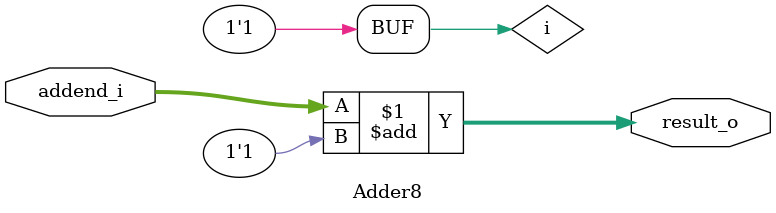
<source format=v>
module Adder8(

input[3:0]  addend_i,
output [3:0] result_o);

reg i=4'b1;

assign result_o=addend_i+i;

endmodule


</source>
